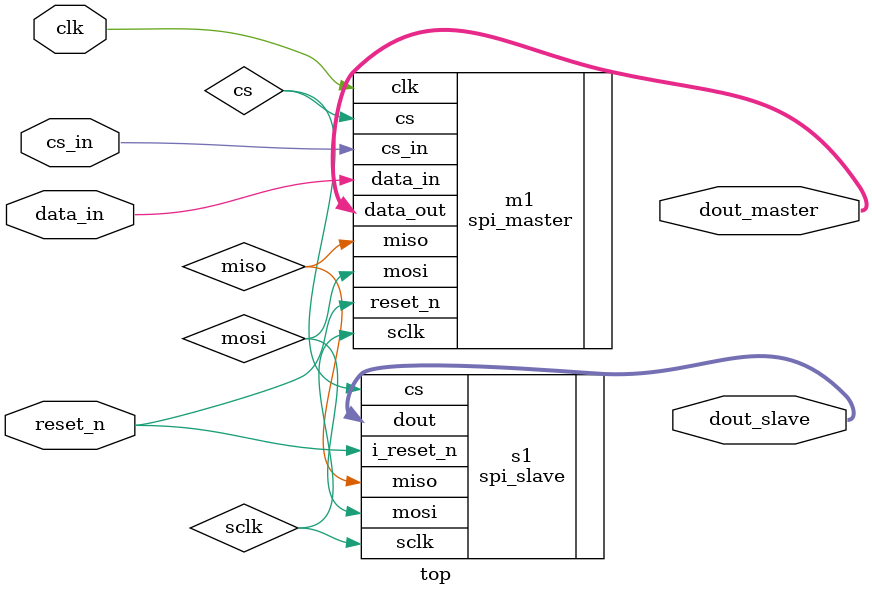
<source format=v>
`timescale 1ns / 1ps


module top( 
            input clk,
            input cs_in,
            input reset_n,
            input data_in,
            //input miso,
            output [7:0] dout_slave,
            output [7:0] dout_master
            );
                
wire sclk,mosi,cs,miso;


spi_master m1(
            .clk(clk),
            .cs_in(cs_in),
            .reset_n(reset_n),
            .miso(miso),
            .sclk(sclk),
            .mosi(mosi),
            .cs(cs),
            .data_in(data_in),
            .data_out(dout_master)
            );
                
spi_slave s1(
            .sclk(sclk),
            .mosi(mosi),
            .cs(cs),
            .i_reset_n(reset_n),
            .dout(dout_slave),
            .miso(miso) 
            );

endmodule

</source>
